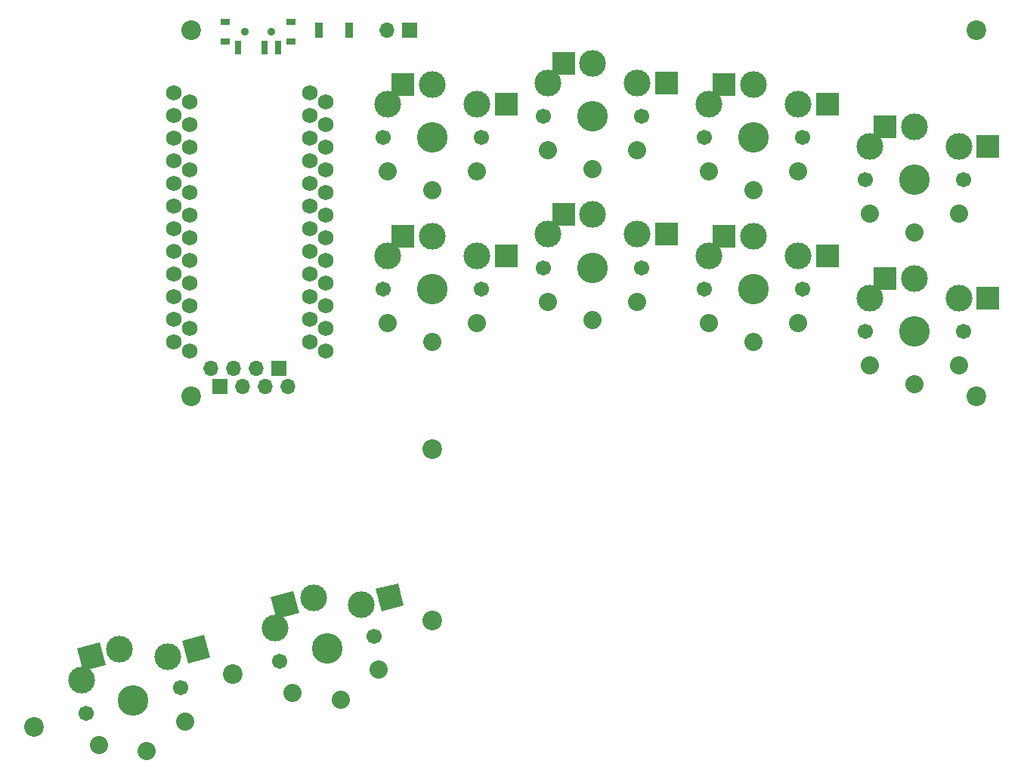
<source format=gbr>
%TF.GenerationSoftware,KiCad,Pcbnew,5.1.8*%
%TF.CreationDate,2021-02-20T18:00:33-06:00*%
%TF.ProjectId,small-paintbrush-hotswap,736d616c-6c2d-4706-9169-6e7462727573,rev?*%
%TF.SameCoordinates,Original*%
%TF.FileFunction,Soldermask,Bot*%
%TF.FilePolarity,Negative*%
%FSLAX46Y46*%
G04 Gerber Fmt 4.6, Leading zero omitted, Abs format (unit mm)*
G04 Created by KiCad (PCBNEW 5.1.8) date 2021-02-20 18:00:33*
%MOMM*%
%LPD*%
G01*
G04 APERTURE LIST*
%ADD10C,2.200000*%
%ADD11C,1.752600*%
%ADD12C,1.701800*%
%ADD13C,3.000000*%
%ADD14C,3.429000*%
%ADD15C,2.032000*%
%ADD16C,0.100000*%
%ADD17R,2.600000X2.600000*%
%ADD18O,1.700000X1.700000*%
%ADD19R,1.700000X1.700000*%
%ADD20R,0.900000X1.700000*%
%ADD21C,0.900000*%
%ADD22R,1.000000X0.800000*%
%ADD23R,0.700000X1.500000*%
G04 APERTURE END LIST*
D10*
%TO.C,REF\u002A\u002A*%
X61320527Y-99739383D03*
%TD*%
%TO.C,REF\u002A\u002A*%
X105901738Y-68599424D03*
%TD*%
%TO.C,REF\u002A\u002A*%
X105909097Y-87788291D03*
%TD*%
%TO.C,REF\u002A\u002A*%
X83536821Y-93786545D03*
%TD*%
%TO.C,REF\u002A\u002A*%
X78901739Y-62599424D03*
%TD*%
D11*
%TO.C,U2*%
X92221739Y-28629424D03*
X92221739Y-31169424D03*
X92221739Y-33709424D03*
X92221739Y-36249424D03*
X92221739Y-38789424D03*
X92221739Y-41329424D03*
X92221739Y-43869424D03*
X92221739Y-46409424D03*
X92221739Y-48949424D03*
X92221739Y-51489424D03*
X92221739Y-54029424D03*
X76981739Y-56569424D03*
X76981739Y-54029424D03*
X76981739Y-51489424D03*
X76981739Y-48949424D03*
X76981739Y-46409424D03*
X76981739Y-43869424D03*
X76981739Y-41329424D03*
X76981739Y-38789424D03*
X76981739Y-36249424D03*
X76981739Y-33709424D03*
X76981739Y-31169424D03*
X92221739Y-56569424D03*
X76981739Y-28629424D03*
%TD*%
D12*
%TO.C,KEY10*%
X88812210Y-92369388D03*
X99437394Y-89522378D03*
D13*
X88324601Y-88617756D03*
D14*
X94124802Y-90945883D03*
D15*
X99937944Y-93322306D03*
X95651834Y-96644845D03*
D13*
X92584829Y-85198624D03*
X97983860Y-86029566D03*
D16*
G36*
X88502183Y-87638425D02*
G01*
X87829254Y-85127018D01*
X90340661Y-84454089D01*
X91013590Y-86965496D01*
X88502183Y-87638425D01*
G37*
G36*
X100228028Y-86774102D02*
G01*
X99555099Y-84262695D01*
X102066506Y-83589766D01*
X102739435Y-86101173D01*
X100228028Y-86774102D01*
G37*
D15*
X90278685Y-95910496D03*
%TD*%
D12*
%TO.C,KEY9*%
X67116082Y-98186469D03*
X77741266Y-95339459D03*
D13*
X66628473Y-94434837D03*
D14*
X72428674Y-96762964D03*
D15*
X78241816Y-99139387D03*
X73955706Y-102461926D03*
D13*
X70888701Y-91015705D03*
X76287732Y-91846647D03*
D16*
G36*
X66806055Y-93455506D02*
G01*
X66133126Y-90944099D01*
X68644533Y-90271170D01*
X69317462Y-92782577D01*
X66806055Y-93455506D01*
G37*
G36*
X78531900Y-92591183D02*
G01*
X77858971Y-90079776D01*
X80370378Y-89406847D01*
X81043307Y-91918254D01*
X78531900Y-92591183D01*
G37*
D15*
X68582557Y-101727577D03*
%TD*%
D12*
%TO.C,KEY3*%
X136401739Y-33599426D03*
X147401739Y-33599426D03*
D13*
X136901739Y-29849426D03*
D14*
X141901739Y-33599426D03*
D15*
X146901739Y-37399426D03*
X141901739Y-39499426D03*
D13*
X141901739Y-27649426D03*
X146901739Y-29849426D03*
D17*
X138626739Y-27649426D03*
X150176739Y-29849426D03*
D15*
X136901739Y-37399426D03*
%TD*%
D12*
%TO.C,KEY8*%
X154401739Y-55349423D03*
X165401739Y-55349423D03*
D13*
X154901739Y-51599423D03*
D14*
X159901739Y-55349423D03*
D15*
X164901739Y-59149423D03*
X159901739Y-61249423D03*
D13*
X159901739Y-49399423D03*
X164901739Y-51599423D03*
D17*
X156626739Y-49399423D03*
X168176739Y-51599423D03*
D15*
X154901739Y-59149423D03*
%TD*%
D12*
%TO.C,KEY7*%
X136401739Y-50599426D03*
X147401739Y-50599426D03*
D13*
X136901739Y-46849426D03*
D14*
X141901739Y-50599426D03*
D15*
X146901739Y-54399426D03*
X141901739Y-56499426D03*
D13*
X141901739Y-44649426D03*
X146901739Y-46849426D03*
D17*
X138626739Y-44649426D03*
X150176739Y-46849426D03*
D15*
X136901739Y-54399426D03*
%TD*%
%TO.C,KEY6*%
X118901739Y-52019424D03*
D17*
X132176739Y-44469424D03*
X120626739Y-42269424D03*
D13*
X128901739Y-44469424D03*
X123901739Y-42269424D03*
D15*
X123901739Y-54119424D03*
X128901739Y-52019424D03*
D14*
X123901739Y-48219424D03*
D13*
X118901739Y-44469424D03*
D12*
X129401739Y-48219424D03*
X118401739Y-48219424D03*
%TD*%
%TO.C,KEY5*%
X100401736Y-50599424D03*
X111401736Y-50599424D03*
D13*
X100901736Y-46849424D03*
D14*
X105901736Y-50599424D03*
D15*
X110901736Y-54399424D03*
X105901736Y-56499424D03*
D13*
X105901736Y-44649424D03*
X110901736Y-46849424D03*
D17*
X102626736Y-44649424D03*
X114176736Y-46849424D03*
D15*
X100901736Y-54399424D03*
%TD*%
D12*
%TO.C,KEY4*%
X154401737Y-38349424D03*
X165401737Y-38349424D03*
D13*
X154901737Y-34599424D03*
D14*
X159901737Y-38349424D03*
D15*
X164901737Y-42149424D03*
X159901737Y-44249424D03*
D13*
X159901737Y-32399424D03*
X164901737Y-34599424D03*
D17*
X156626737Y-32399424D03*
X168176737Y-34599424D03*
D15*
X154901737Y-42149424D03*
%TD*%
%TO.C,KEY2*%
X118901737Y-35019424D03*
D17*
X132176737Y-27469424D03*
X120626737Y-25269424D03*
D13*
X128901737Y-27469424D03*
X123901737Y-25269424D03*
D15*
X123901737Y-37119424D03*
X128901737Y-35019424D03*
D14*
X123901737Y-31219424D03*
D13*
X118901737Y-27469424D03*
D12*
X129401737Y-31219424D03*
X118401737Y-31219424D03*
%TD*%
%TO.C,KEY1*%
X100401737Y-33599424D03*
X111401737Y-33599424D03*
D13*
X100901737Y-29849424D03*
D14*
X105901737Y-33599424D03*
D15*
X110901737Y-37399424D03*
X105901737Y-39499424D03*
D13*
X105901737Y-27649424D03*
X110901737Y-29849424D03*
D17*
X102626737Y-27649424D03*
X114176737Y-29849424D03*
D15*
X100901737Y-37399424D03*
%TD*%
D11*
%TO.C,U1*%
X94021737Y-29629424D03*
X78781737Y-57569424D03*
X94021737Y-32169424D03*
X94021737Y-34709424D03*
X94021737Y-37249424D03*
X94021737Y-39789424D03*
X94021737Y-42329424D03*
X94021737Y-44869424D03*
X94021737Y-47409424D03*
X94021737Y-49949424D03*
X94021737Y-52489424D03*
X94021737Y-55029424D03*
X94021737Y-57569424D03*
X78781737Y-55029424D03*
X78781737Y-52489424D03*
X78781737Y-49949424D03*
X78781737Y-47409424D03*
X78781737Y-44869424D03*
X78781737Y-42329424D03*
X78781737Y-39789424D03*
X78781737Y-37249424D03*
X78781737Y-34709424D03*
X78781737Y-32169424D03*
X78781737Y-29629424D03*
%TD*%
D18*
%TO.C,J3*%
X89721739Y-61499424D03*
X87181739Y-61499424D03*
X84641739Y-61499424D03*
D19*
X82101739Y-61499424D03*
%TD*%
D18*
%TO.C,J2*%
X81081737Y-59499424D03*
X83621737Y-59499424D03*
X86161737Y-59499424D03*
D19*
X88701737Y-59499424D03*
%TD*%
D10*
%TO.C,REF\u002A\u002A*%
X78901736Y-21599424D03*
%TD*%
%TO.C,REF\u002A\u002A*%
X166901739Y-62599426D03*
%TD*%
%TO.C,REF\u002A\u002A*%
X166901737Y-21599424D03*
%TD*%
D20*
%TO.C,PUSH1*%
X96601737Y-21599425D03*
X93201737Y-21599425D03*
%TD*%
D21*
%TO.C,SW2*%
X84901737Y-21769425D03*
X87901737Y-21769425D03*
%TD*%
D22*
%TO.C,SW1*%
X82751737Y-22879425D03*
X90051737Y-22879425D03*
X90051737Y-20669425D03*
X82751737Y-20669425D03*
D23*
X88651737Y-23529425D03*
X87151737Y-23529425D03*
X84151737Y-23529425D03*
D21*
X87901737Y-21769425D03*
X84901737Y-21769425D03*
%TD*%
D18*
%TO.C,J1*%
X100861737Y-21599424D03*
D19*
X103401737Y-21599424D03*
%TD*%
M02*

</source>
